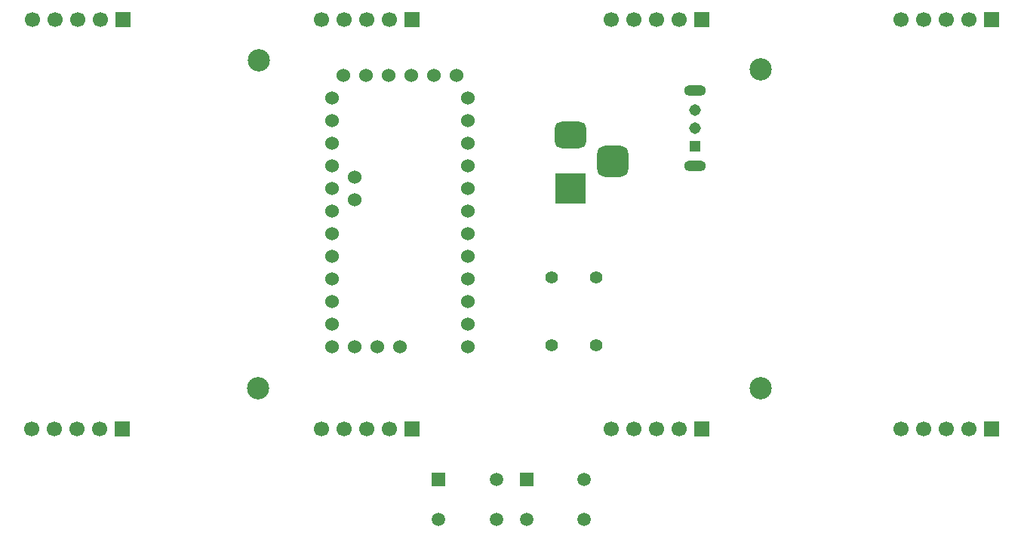
<source format=gbr>
%TF.GenerationSoftware,KiCad,Pcbnew,9.0.5*%
%TF.CreationDate,2025-11-01T23:40:51+06:00*%
%TF.ProjectId,led_matrix_array,6c65645f-6d61-4747-9269-785f61727261,1.0*%
%TF.SameCoordinates,Original*%
%TF.FileFunction,Soldermask,Bot*%
%TF.FilePolarity,Negative*%
%FSLAX46Y46*%
G04 Gerber Fmt 4.6, Leading zero omitted, Abs format (unit mm)*
G04 Created by KiCad (PCBNEW 9.0.5) date 2025-11-01 23:40:51*
%MOMM*%
%LPD*%
G01*
G04 APERTURE LIST*
G04 Aperture macros list*
%AMRoundRect*
0 Rectangle with rounded corners*
0 $1 Rounding radius*
0 $2 $3 $4 $5 $6 $7 $8 $9 X,Y pos of 4 corners*
0 Add a 4 corners polygon primitive as box body*
4,1,4,$2,$3,$4,$5,$6,$7,$8,$9,$2,$3,0*
0 Add four circle primitives for the rounded corners*
1,1,$1+$1,$2,$3*
1,1,$1+$1,$4,$5*
1,1,$1+$1,$6,$7*
1,1,$1+$1,$8,$9*
0 Add four rect primitives between the rounded corners*
20,1,$1+$1,$2,$3,$4,$5,0*
20,1,$1+$1,$4,$5,$6,$7,0*
20,1,$1+$1,$6,$7,$8,$9,0*
20,1,$1+$1,$8,$9,$2,$3,0*%
G04 Aperture macros list end*
%ADD10C,1.524000*%
%ADD11C,2.500000*%
%ADD12R,1.700000X1.700000*%
%ADD13C,1.700000*%
%ADD14R,1.508000X1.508000*%
%ADD15C,1.508000*%
%ADD16R,1.308000X1.308000*%
%ADD17C,1.308000*%
%ADD18O,2.460000X1.230000*%
%ADD19C,1.400000*%
%ADD20R,3.500000X3.500000*%
%ADD21RoundRect,0.750000X-1.000000X0.750000X-1.000000X-0.750000X1.000000X-0.750000X1.000000X0.750000X0*%
%ADD22RoundRect,0.875000X-0.875000X0.875000X-0.875000X-0.875000X0.875000X-0.875000X0.875000X0.875000X0*%
G04 APERTURE END LIST*
D10*
%TO.C,U1*%
X123698000Y-89408000D03*
X123698000Y-91948000D03*
X135128000Y-77978000D03*
X132588000Y-77978000D03*
X130048000Y-77978000D03*
X127508000Y-77978000D03*
X124968000Y-77978000D03*
X122428000Y-77978000D03*
X121158000Y-80518000D03*
X121158000Y-83058000D03*
X121158000Y-85598000D03*
X121158000Y-88138000D03*
X121158000Y-90678000D03*
X121158000Y-93218000D03*
X121158000Y-95758000D03*
X121158000Y-98298000D03*
X121158000Y-100838000D03*
X121158000Y-103378000D03*
X121158000Y-105918000D03*
X121158000Y-108458000D03*
X123698000Y-108458000D03*
X126238000Y-108458000D03*
X128778000Y-108458000D03*
X136398000Y-108458000D03*
X136398000Y-105918000D03*
X136398000Y-103378000D03*
X136398000Y-100838000D03*
X136398000Y-98298000D03*
X136398000Y-95758000D03*
X136398000Y-93218000D03*
X136398000Y-90678000D03*
X136398000Y-88138000D03*
X136398000Y-85598000D03*
X136398000Y-83058000D03*
X136398000Y-80518000D03*
%TD*%
D11*
%TO.C,H2*%
X112881598Y-113140468D03*
%TD*%
%TO.C,H4*%
X169276341Y-113140468D03*
%TD*%
D12*
%TO.C,J7*%
X162663591Y-71745974D03*
D13*
X160123591Y-71745974D03*
X157583591Y-71745974D03*
X155043591Y-71745974D03*
X152503591Y-71745974D03*
%TD*%
D12*
%TO.C,J8*%
X195174332Y-117704332D03*
D13*
X192634332Y-117704332D03*
X190094332Y-117704332D03*
X187554332Y-117704332D03*
X185014332Y-117704332D03*
%TD*%
D11*
%TO.C,H1*%
X112888996Y-76306384D03*
%TD*%
D12*
%TO.C,J2*%
X97635997Y-117716941D03*
D13*
X95095997Y-117716941D03*
X92555997Y-117716941D03*
X90015997Y-117716941D03*
X87475997Y-117716941D03*
%TD*%
D14*
%TO.C,S1*%
X133058876Y-123347253D03*
D15*
X139558876Y-123347253D03*
X133058876Y-127847253D03*
X139558876Y-127847253D03*
%TD*%
D12*
%TO.C,J4*%
X130153552Y-117719973D03*
D13*
X127613552Y-117719973D03*
X125073552Y-117719973D03*
X122533552Y-117719973D03*
X119993552Y-117719973D03*
%TD*%
D16*
%TO.C,S3*%
X161906256Y-85905188D03*
D17*
X161906256Y-83905188D03*
X161906256Y-81905188D03*
D18*
X161906256Y-88105188D03*
X161906256Y-79705188D03*
%TD*%
D11*
%TO.C,H3*%
X169276341Y-77323697D03*
%TD*%
D19*
%TO.C,R2*%
X150739974Y-108321974D03*
X150739974Y-100701974D03*
%TD*%
D12*
%TO.C,J5*%
X130153552Y-71745974D03*
D13*
X127613552Y-71745974D03*
X125073552Y-71745974D03*
X122533552Y-71745974D03*
X119993552Y-71745974D03*
%TD*%
D14*
%TO.C,S2*%
X142952363Y-123318450D03*
D15*
X149452363Y-123318450D03*
X142952363Y-127818450D03*
X149452363Y-127818450D03*
%TD*%
D12*
%TO.C,J9*%
X195174332Y-71745974D03*
D13*
X192634332Y-71745974D03*
X190094332Y-71745974D03*
X187554332Y-71745974D03*
X185014332Y-71745974D03*
%TD*%
D20*
%TO.C,J1*%
X147907318Y-90647556D03*
D21*
X147907318Y-84647556D03*
D22*
X152607318Y-87647556D03*
%TD*%
D12*
%TO.C,J3*%
X97649544Y-71745974D03*
D13*
X95109544Y-71745974D03*
X92569544Y-71745974D03*
X90029544Y-71745974D03*
X87489544Y-71745974D03*
%TD*%
D12*
%TO.C,J6*%
X162663591Y-117676827D03*
D13*
X160123591Y-117676827D03*
X157583591Y-117676827D03*
X155043591Y-117676827D03*
X152503591Y-117676827D03*
%TD*%
D19*
%TO.C,R1*%
X145811974Y-108321974D03*
X145811974Y-100701974D03*
%TD*%
M02*

</source>
